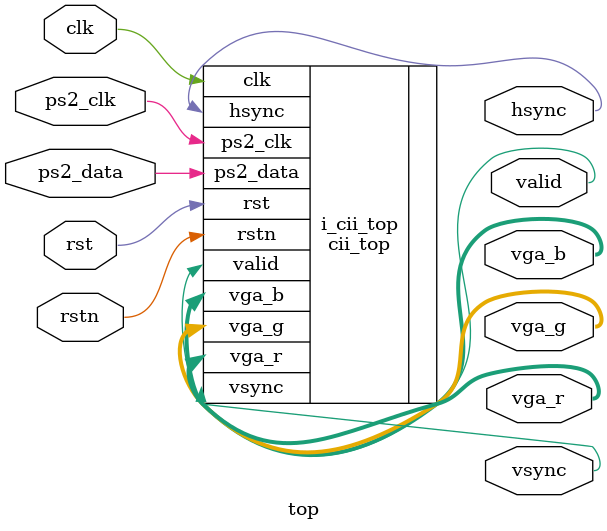
<source format=v>
`timescale 1ps/1ps


module top(
   input                   clk            ,//50Mhz clk
   input                   rst            ,
   input                   rstn           ,
   input                   ps2_clk        ,
   input                   ps2_data       ,
   output                  hsync          ,    //行同步和列同步信号
   output                  vsync          ,
   output                  valid          ,    //消隐信号
   output      [7:0]       vga_r          ,    //红绿蓝颜色信号
   output      [7:0]       vga_g          ,
   output      [7:0]       vga_b          
);
   cii_top i_cii_top(
      .clk           (clk     ),//50Mhz clk
      .rst           (rst     ),
      .rstn          (rstn    ),
      .ps2_clk       (ps2_clk ),
      .ps2_data      (ps2_data),
      .hsync         (hsync   ),    //行同步和列同步信号
      .vsync         (vsync   ),
      .valid         (valid   ),    //消隐信号
      .vga_r         (vga_r   ),    //红绿蓝颜色信号
      .vga_g         (vga_g   ),
      .vga_b         (vga_b   ) 
   );
endmodule

</source>
